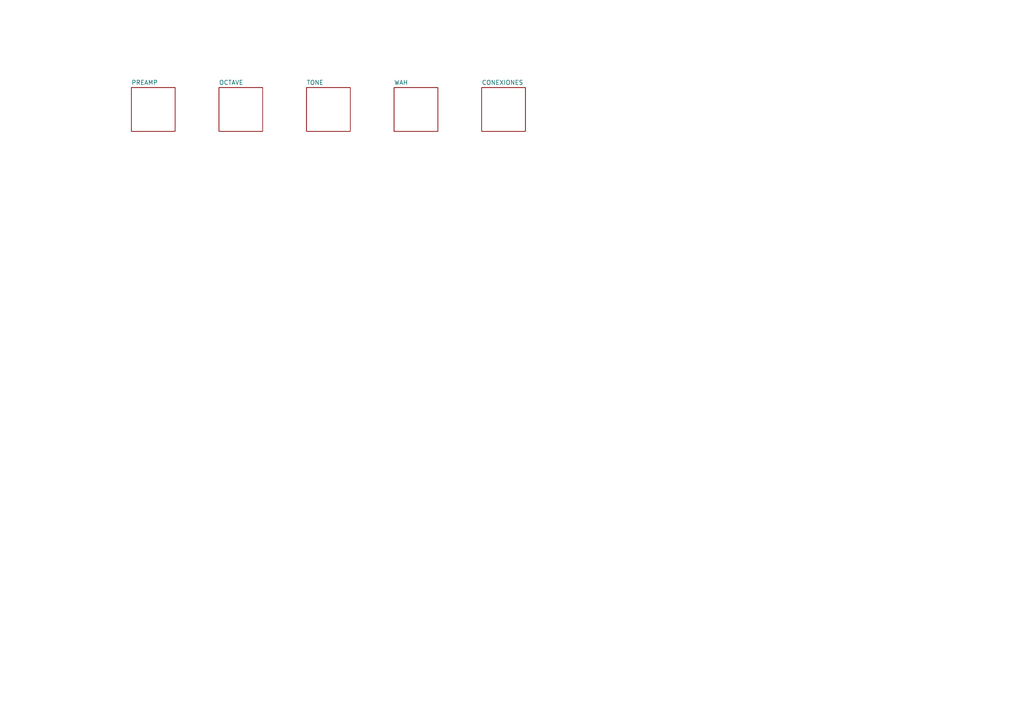
<source format=kicad_sch>
(kicad_sch
	(version 20250114)
	(generator "eeschema")
	(generator_version "9.0")
	(uuid "6df9a4de-ce35-4607-9a42-d3c459c15494")
	(paper "A4")
	(lib_symbols)
	(sheet
		(at 114.3 25.4)
		(size 12.7 12.7)
		(exclude_from_sim no)
		(in_bom yes)
		(on_board yes)
		(dnp no)
		(fields_autoplaced yes)
		(stroke
			(width 0.1524)
			(type solid)
		)
		(fill
			(color 0 0 0 0.0000)
		)
		(uuid "072d3036-f4e0-4f4e-8725-744b6c55964f")
		(property "Sheetname" "WAH"
			(at 114.3 24.6884 0)
			(effects
				(font
					(size 1.27 1.27)
				)
				(justify left bottom)
			)
		)
		(property "Sheetfile" "wah.kicad_sch"
			(at 114.3 38.6846 0)
			(effects
				(font
					(size 1.27 1.27)
				)
				(justify left top)
				(hide yes)
			)
		)
		(instances
			(project "FuzzWah"
				(path "/6df9a4de-ce35-4607-9a42-d3c459c15494"
					(page "5")
				)
			)
		)
	)
	(sheet
		(at 63.5 25.4)
		(size 12.7 12.7)
		(exclude_from_sim no)
		(in_bom yes)
		(on_board yes)
		(dnp no)
		(fields_autoplaced yes)
		(stroke
			(width 0.1524)
			(type solid)
		)
		(fill
			(color 0 0 0 0.0000)
		)
		(uuid "3ccfe3c7-9c59-445d-96da-6c8f36b0d39f")
		(property "Sheetname" "OCTAVE"
			(at 63.5 24.6884 0)
			(effects
				(font
					(size 1.27 1.27)
				)
				(justify left bottom)
			)
		)
		(property "Sheetfile" "octave.kicad_sch"
			(at 63.5 38.6846 0)
			(effects
				(font
					(size 1.27 1.27)
				)
				(justify left top)
				(hide yes)
			)
		)
		(instances
			(project "FuzzWah"
				(path "/6df9a4de-ce35-4607-9a42-d3c459c15494"
					(page "3")
				)
			)
		)
	)
	(sheet
		(at 38.1 25.4)
		(size 12.7 12.7)
		(exclude_from_sim no)
		(in_bom yes)
		(on_board yes)
		(dnp no)
		(fields_autoplaced yes)
		(stroke
			(width 0.1524)
			(type solid)
		)
		(fill
			(color 0 0 0 0.0000)
		)
		(uuid "5b01a279-c198-4a64-a80f-c0e252d1dee4")
		(property "Sheetname" "PREAMP"
			(at 38.1 24.6884 0)
			(effects
				(font
					(size 1.27 1.27)
				)
				(justify left bottom)
			)
		)
		(property "Sheetfile" "preamp.kicad_sch"
			(at 38.1 38.6846 0)
			(effects
				(font
					(size 1.27 1.27)
				)
				(justify left top)
				(hide yes)
			)
		)
		(instances
			(project "FuzzWah"
				(path "/6df9a4de-ce35-4607-9a42-d3c459c15494"
					(page "2")
				)
			)
		)
	)
	(sheet
		(at 88.9 25.4)
		(size 12.7 12.7)
		(exclude_from_sim no)
		(in_bom yes)
		(on_board yes)
		(dnp no)
		(fields_autoplaced yes)
		(stroke
			(width 0.1524)
			(type solid)
		)
		(fill
			(color 0 0 0 0.0000)
		)
		(uuid "9ce8fb74-7855-4494-a29d-3ade1c5b6629")
		(property "Sheetname" "TONE"
			(at 88.9 24.6884 0)
			(effects
				(font
					(size 1.27 1.27)
				)
				(justify left bottom)
			)
		)
		(property "Sheetfile" "tone.kicad_sch"
			(at 88.9 38.6846 0)
			(effects
				(font
					(size 1.27 1.27)
				)
				(justify left top)
				(hide yes)
			)
		)
		(instances
			(project "FuzzWah"
				(path "/6df9a4de-ce35-4607-9a42-d3c459c15494"
					(page "4")
				)
			)
		)
	)
	(sheet
		(at 139.7 25.4)
		(size 12.7 12.7)
		(exclude_from_sim no)
		(in_bom yes)
		(on_board yes)
		(dnp no)
		(fields_autoplaced yes)
		(stroke
			(width 0.1524)
			(type solid)
		)
		(fill
			(color 0 0 0 0.0000)
		)
		(uuid "d2a74948-ce64-4c01-a7b1-402e183435e4")
		(property "Sheetname" "CONEXIONES"
			(at 139.7 24.6884 0)
			(effects
				(font
					(size 1.27 1.27)
				)
				(justify left bottom)
			)
		)
		(property "Sheetfile" "conexiones.kicad_sch"
			(at 139.7 38.6846 0)
			(effects
				(font
					(size 1.27 1.27)
				)
				(justify left top)
				(hide yes)
			)
		)
		(instances
			(project "FuzzWah"
				(path "/6df9a4de-ce35-4607-9a42-d3c459c15494"
					(page "6")
				)
			)
		)
	)
	(sheet_instances
		(path "/"
			(page "1")
		)
	)
	(embedded_fonts no)
)

</source>
